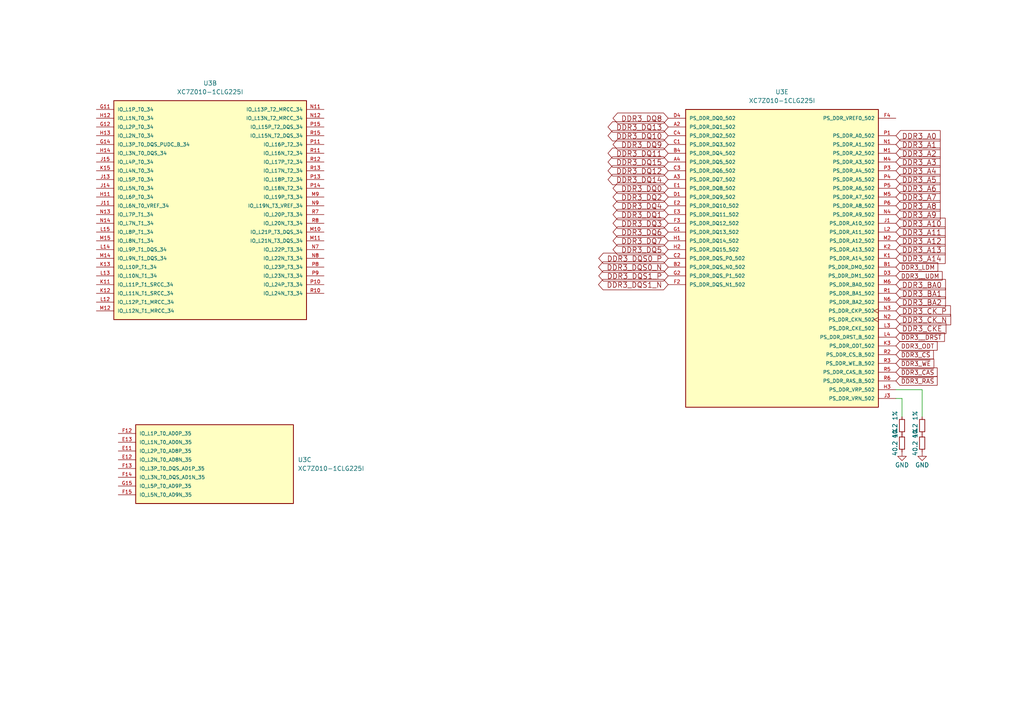
<source format=kicad_sch>
(kicad_sch (version 20231120) (generator "eeschema") (generator_version "8.0")
  (paper "A4")
  (lib_symbols
    (symbol "Device:R_Small" (pin_numbers hide) (pin_names (offset 0.254) hide)
      (property "Reference" "R" (at 0.762 0.508 0))
      (property "Value" "R_Small" (at 0.762 -1.016 0))
      (symbol "R_Small_0_1"
        (rectangle (start -0.762 1.778) (end 0.762 -1.778) (stroke (width 0.2032)))
      )
      (symbol "R_Small_1_1"
        (pin passive line (at 0 2.54 270) (length 0.762) (name "~") (number "1"))
        (pin passive line (at 0 -2.54 90) (length 0.762) (name "~") (number "2"))
      )
    )
    (symbol "ESP32-PRO_Rev_B1:GND" (power) (pin_names (offset 0))
      (property "Value" "GND" (at 0 -3.81 0))
      (symbol "GND_0_1"
        (polyline (pts (xy 0 0) (xy 0 -1.27) (xy 1.27 -1.27) (xy 0 -2.54) (xy -1.27 -1.27) (xy 0 -1.27)))
      )
      (symbol "GND_1_1"
        (pin power_in line (at 0 0 270) (length 0) hide (name "GND") (number "1"))
      )
    )
    (symbol "Personal:XC7Z010-1CLG225I" (pin_names (offset 1.016))
      (property "Reference" "U" (at -25.5456 24.8201 0))
      (property "Value" "XC7Z010-1CLG225I" (at -25.5473 -24.1252 0))
      (symbol "XC7Z010-1CLG225I_1_0"
        (rectangle (start -25.4 -20.32) (end 25.4 22.86) (stroke (width 0.254)) (fill (type background)))
        (pin bidirectional line (at 30.48 7.62 180) (length 5.08) (name "INIT_B_0") (number "D5"))
        (pin power_in line (at 30.48 20.32 180) (length 5.08) (name "VCCBATT_0") (number "E6"))
        (pin passive line (at 30.48 -10.16 180) (length 5.08) (name "RSVDGND") (number "E8"))
        (pin input line (at -30.48 -5.08 0) (length 5.08) (name "CFGBVS_0") (number "F6"))
        (pin power_in line (at 30.48 17.78 180) (length 5.08) (name "VCCADC_0") (number "F7"))
        (pin power_in line (at 30.48 -17.78 180) (length 5.08) (name "GNDADC_0") (number "F8"))
        (pin passive line (at 30.48 -2.54 180) (length 5.08) (name "RSVSVCC1") (number "G4"))
        (pin input line (at -30.48 -7.62 0) (length 5.08) (name "VP_0") (number "G7"))
        (pin power_in line (at 30.48 -15.24 180) (length 5.08) (name "VREFN_0") (number "G8"))
        (pin input clock (at -30.48 10.16 0) (length 5.08) (name "TCK_0") (number "G9"))
        (pin passive line (at 30.48 -7.62 180) (length 5.08) (name "RSVSVCC3") (number "H4"))
        (pin power_in line (at 30.48 15.24 180) (length 5.08) (name "VREFP_0") (number "H7"))
        (pin input line (at -30.48 -10.16 0) (length 5.08) (name "VN_0") (number "H8"))
        (pin passive line (at 30.48 -5.08 180) (length 5.08) (name "RSVSVCC2") (number "J4"))
        (pin output line (at 30.48 2.54 180) (length 5.08) (name "DXP_0") (number "J7"))
        (pin input line (at -30.48 -2.54 0) (length 5.08) (name "PROGRAM_B_0") (number "K6"))
        (pin input line (at -30.48 5.08 0) (length 5.08) (name "TDI_0") (number "L7"))
        (pin output line (at -30.48 2.54 0) (length 5.08) (name "TDO_0") (number "L8"))
        (pin input line (at -30.48 7.62 0) (length 5.08) (name "TMS_0") (number "L9"))
        (pin bidirectional line (at 30.48 10.16 180) (length 5.08) (name "DONE_0") (number "M7"))
      )
      (symbol "XC7Z010-1CLG225I_2_0"
        (rectangle (start -27.94 -30.48) (end 27.94 33.02) (stroke (width 0.254)) (fill (type background)))
        (pin bidirectional line (at -33.02 30.48 0) (length 5.08) (name "IO_L1P_T0_34") (number "G11"))
        (pin bidirectional line (at -33.02 25.4 0) (length 5.08) (name "IO_L2P_T0_34") (number "G12"))
        (pin bidirectional line (at -33.02 20.32 0) (length 5.08) (name "IO_L3P_T0_DQS_PUDC_B_34") (number "G14"))
        (pin bidirectional line (at -33.02 5.08 0) (length 5.08) (name "IO_L6P_T0_34") (number "H11"))
        (pin bidirectional line (at -33.02 27.94 0) (length 5.08) (name "IO_L1N_T0_34") (number "H12"))
        (pin bidirectional line (at -33.02 22.86 0) (length 5.08) (name "IO_L2N_T0_34") (number "H13"))
        (pin bidirectional line (at -33.02 17.78 0) (length 5.08) (name "IO_L3N_T0_DQS_34") (number "H14"))
        (pin bidirectional line (at -33.02 2.54 0) (length 5.08) (name "IO_L6N_T0_VREF_34") (number "J11"))
        (pin bidirectional line (at -33.02 10.16 0) (length 5.08) (name "IO_L5P_T0_34") (number "J13"))
        (pin bidirectional line (at -33.02 7.62 0) (length 5.08) (name "IO_L5N_T0_34") (number "J14"))
        (pin bidirectional line (at -33.02 15.24 0) (length 5.08) (name "IO_L4P_T0_34") (number "J15"))
        (pin bidirectional line (at -33.02 -20.32 0) (length 5.08) (name "IO_L11P_T1_SRCC_34") (number "K11"))
        (pin bidirectional line (at -33.02 -22.86 0) (length 5.08) (name "IO_L11N_T1_SRCC_34") (number "K12"))
        (pin bidirectional line (at -33.02 -15.24 0) (length 5.08) (name "IO_L10P_T1_34") (number "K13"))
        (pin bidirectional line (at -33.02 12.7 0) (length 5.08) (name "IO_L4N_T0_34") (number "K15"))
        (pin bidirectional line (at -33.02 -25.4 0) (length 5.08) (name "IO_L12P_T1_MRCC_34") (number "L12"))
        (pin bidirectional line (at -33.02 -17.78 0) (length 5.08) (name "IO_L10N_T1_34") (number "L13"))
        (pin bidirectional line (at -33.02 -10.16 0) (length 5.08) (name "IO_L9P_T1_DQS_34") (number "L14"))
        (pin bidirectional line (at -33.02 -5.08 0) (length 5.08) (name "IO_L8P_T1_34") (number "L15"))
        (pin bidirectional line (at 33.02 -5.08 180) (length 5.08) (name "IO_L21P_T3_DQS_34") (number "M10"))
        (pin bidirectional line (at 33.02 -7.62 180) (length 5.08) (name "IO_L21N_T3_DQS_34") (number "M11"))
        (pin bidirectional line (at -33.02 -27.94 0) (length 5.08) (name "IO_L12N_T1_MRCC_34") (number "M12"))
        (pin bidirectional line (at -33.02 -12.7 0) (length 5.08) (name "IO_L9N_T1_DQS_34") (number "M14"))
        (pin bidirectional line (at -33.02 -7.62 0) (length 5.08) (name "IO_L8N_T1_34") (number "M15"))
        (pin bidirectional line (at 33.02 5.08 180) (length 5.08) (name "IO_L19P_T3_34") (number "M9"))
        (pin bidirectional line (at 33.02 30.48 180) (length 5.08) (name "IO_L13P_T2_MRCC_34") (number "N11"))
        (pin bidirectional line (at 33.02 27.94 180) (length 5.08) (name "IO_L13N_T2_MRCC_34") (number "N12"))
        (pin bidirectional line (at -33.02 0 0) (length 5.08) (name "IO_L7P_T1_34") (number "N13"))
        (pin bidirectional line (at -33.02 -2.54 0) (length 5.08) (name "IO_L7N_T1_34") (number "N14"))
        (pin bidirectional line (at 33.02 -10.16 180) (length 5.08) (name "IO_L22P_T3_34") (number "N7"))
        (pin bidirectional line (at 33.02 -12.7 180) (length 5.08) (name "IO_L22N_T3_34") (number "N8"))
        (pin bidirectional line (at 33.02 2.54 180) (length 5.08) (name "IO_L19N_T3_VREF_34") (number "N9"))
        (pin bidirectional line (at 33.02 -20.32 180) (length 5.08) (name "IO_L24P_T3_34") (number "P10"))
        (pin bidirectional line (at 33.02 20.32 180) (length 5.08) (name "IO_L16P_T2_34") (number "P11"))
        (pin bidirectional line (at 33.02 10.16 180) (length 5.08) (name "IO_L18P_T2_34") (number "P13"))
        (pin bidirectional line (at 33.02 7.62 180) (length 5.08) (name "IO_L18N_T2_34") (number "P14"))
        (pin bidirectional line (at 33.02 25.4 180) (length 5.08) (name "IO_L15P_T2_DQS_34") (number "P15"))
        (pin bidirectional line (at 33.02 -15.24 180) (length 5.08) (name "IO_L23P_T3_34") (number "P8"))
        (pin bidirectional line (at 33.02 -17.78 180) (length 5.08) (name "IO_L23N_T3_34") (number "P9"))
        (pin bidirectional line (at 33.02 -22.86 180) (length 5.08) (name "IO_L24N_T3_34") (number "R10"))
        (pin bidirectional line (at 33.02 17.78 180) (length 5.08) (name "IO_L16N_T2_34") (number "R11"))
        (pin bidirectional line (at 33.02 15.24 180) (length 5.08) (name "IO_L17P_T2_34") (number "R12"))
        (pin bidirectional line (at 33.02 12.7 180) (length 5.08) (name "IO_L17N_T2_34") (number "R13"))
        (pin bidirectional line (at 33.02 22.86 180) (length 5.08) (name "IO_L15N_T2_DQS_34") (number "R15"))
        (pin bidirectional line (at 33.02 0 180) (length 5.08) (name "IO_L20P_T3_34") (number "R7"))
        (pin bidirectional line (at 33.02 -2.54 180) (length 5.08) (name "IO_L20N_T3_34") (number "R8"))
      )
      (symbol "XC7Z010-1CLG225I_3_0"
        (rectangle (start -22.86 -10.16) (end 22.86 12.7) (stroke (width 0.254)) (fill (type background)))
        (pin bidirectional line (at -27.94 5.08 0) (length 5.08) (name "IO_L2P_T0_AD8P_35") (number "E11"))
        (pin bidirectional line (at -27.94 2.54 0) (length 5.08) (name "IO_L2N_T0_AD8N_35") (number "E12"))
        (pin bidirectional line (at -27.94 7.62 0) (length 5.08) (name "IO_L1N_T0_AD0N_35") (number "E13"))
        (pin bidirectional line (at -27.94 10.16 0) (length 5.08) (name "IO_L1P_T0_AD0P_35") (number "F12"))
        (pin bidirectional line (at -27.94 0 0) (length 5.08) (name "IO_L3P_T0_DQS_AD1P_35") (number "F13"))
        (pin bidirectional line (at -27.94 -2.54 0) (length 5.08) (name "IO_L3N_T0_DQS_AD1N_35") (number "F14"))
        (pin bidirectional line (at -27.94 -7.62 0) (length 5.08) (name "IO_L5N_T0_AD9N_35") (number "F15"))
        (pin bidirectional line (at -27.94 -5.08 0) (length 5.08) (name "IO_L5P_T0_AD9P_35") (number "G15"))
      )
      (symbol "XC7Z010-1CLG225I_4_0"
        (rectangle (start -22.86 -25.4) (end 22.86 25.4) (stroke (width 0.254)) (fill (type background)))
        (pin bidirectional line (at -27.94 0 0) (length 5.08) (name "PS_MIO6_500") (number "A10"))
        (pin bidirectional line (at 27.94 -20.32 180) (length 5.08) (name "PS_MIO52_501") (number "A12"))
        (pin bidirectional line (at 27.94 -10.16 180) (length 5.08) (name "PS_MIO38_501") (number "A13"))
        (pin bidirectional line (at 27.94 -2.54 180) (length 5.08) (name "PS_MIO35_501") (number "A14"))
        (pin bidirectional line (at 27.94 15.24 180) (length 5.08) (name "PS_MIO28_501") (number "A15"))
        (pin bidirectional line (at -27.94 12.7 0) (length 5.08) (name "PS_MIO1_500") (number "A5"))
        (pin bidirectional line (at -27.94 7.62 0) (length 5.08) (name "PS_MIO3_500") (number "A7"))
        (pin bidirectional line (at -27.94 10.16 0) (length 5.08) (name "PS_MIO2_500") (number "A8"))
        (pin bidirectional line (at -27.94 2.54 0) (length 5.08) (name "PS_MIO5_500") (number "A9"))
        (pin bidirectional line (at -27.94 -12.7 0) (length 5.08) (name "PS_MIO11_500") (number "B10"))
        (pin input line (at 27.94 20.32 180) (length 5.08) (name "PS_SRST_B_501") (number "B11"))
        (pin bidirectional line (at 27.94 -15.24 180) (length 5.08) (name "PS_MIO48_501") (number "B12"))
        (pin bidirectional line (at 27.94 -5.08 180) (length 5.08) (name "PS_MIO36_501") (number "B14"))
        (pin bidirectional line (at 27.94 10.16 180) (length 5.08) (name "PS_MIO30_501") (number "B15"))
        (pin bidirectional line (at -27.94 -7.62 0) (length 5.08) (name "PS_MIO9_500") (number "B5"))
        (pin bidirectional line (at -27.94 -5.08 0) (length 5.08) (name "PS_MIO8_500") (number "B6"))
        (pin bidirectional line (at -27.94 -15.24 0) (length 5.08) (name "PS_MIO12_500") (number "B7"))
        (pin bidirectional line (at -27.94 -20.32 0) (length 5.08) (name "PS_MIO14_500") (number "B9"))
        (pin bidirectional line (at 27.94 2.54 180) (length 5.08) (name "PS_MIO33_501") (number "C11"))
        (pin bidirectional line (at 27.94 7.62 180) (length 5.08) (name "PS_MIO31_501") (number "C12"))
        (pin bidirectional line (at 27.94 -22.86 180) (length 5.08) (name "PS_MIO53_501") (number "C13"))
        (pin bidirectional line (at 27.94 -7.62 180) (length 5.08) (name "PS_MIO37_501") (number "C14"))
        (pin bidirectional line (at -27.94 -17.78 0) (length 5.08) (name "PS_MIO13_500") (number "C6"))
        (pin input clock (at -27.94 22.86 0) (length 5.08) (name "PS_CLK_500") (number "C7"))
        (pin bidirectional line (at -27.94 5.08 0) (length 5.08) (name "PS_MIO4_500") (number "C8"))
        (pin input line (at -27.94 20.32 0) (length 5.08) (name "PS_POR_B_500") (number "C9"))
        (pin bidirectional line (at -27.94 -22.86 0) (length 5.08) (name "PS_MIO15_500") (number "D10"))
        (pin bidirectional line (at 27.94 12.7 180) (length 5.08) (name "PS_MIO29_501") (number "D11"))
        (pin bidirectional line (at 27.94 -17.78 180) (length 5.08) (name "PS_MIO49_501") (number "D13"))
        (pin bidirectional line (at 27.94 -12.7 180) (length 5.08) (name "PS_MIO39_501") (number "D14"))
        (pin bidirectional line (at 27.94 0 180) (length 5.08) (name "PS_MIO34_501") (number "D15"))
        (pin bidirectional line (at -27.94 -10.16 0) (length 5.08) (name "PS_MIO10_500") (number "D6"))
        (pin bidirectional line (at -27.94 15.24 0) (length 5.08) (name "PS_MIO0_500") (number "D8"))
        (pin bidirectional line (at -27.94 -2.54 0) (length 5.08) (name "PS_MIO7_500") (number "D9"))
        (pin bidirectional line (at 27.94 5.08 180) (length 5.08) (name "PS_MIO32_501") (number "E15"))
      )
      (symbol "XC7Z010-1CLG225I_5_0"
        (rectangle (start -27.94 -43.18) (end 27.94 43.18) (stroke (width 0.254)) (fill (type background)))
        (pin bidirectional line (at -33.02 38.1 0) (length 5.08) (name "PS_DDR_DQ1_502") (number "A2"))
        (pin bidirectional line (at -33.02 22.86 0) (length 5.08) (name "PS_DDR_DQ7_502") (number "A3"))
        (pin bidirectional line (at -33.02 27.94 0) (length 5.08) (name "PS_DDR_DQ5_502") (number "A4"))
        (pin output line (at 33.02 -2.54 180) (length 5.08) (name "PS_DDR_DM0_502") (number "B1"))
        (pin bidirectional line (at -33.02 -2.54 0) (length 5.08) (name "PS_DDR_DQS_N0_502") (number "B2"))
        (pin bidirectional line (at -33.02 30.48 0) (length 5.08) (name "PS_DDR_DQ4_502") (number "B4"))
        (pin bidirectional line (at -33.02 33.02 0) (length 5.08) (name "PS_DDR_DQ3_502") (number "C1"))
        (pin bidirectional line (at -33.02 0 0) (length 5.08) (name "PS_DDR_DQS_P0_502") (number "C2"))
        (pin bidirectional line (at -33.02 25.4 0) (length 5.08) (name "PS_DDR_DQ6_502") (number "C3"))
        (pin bidirectional line (at -33.02 35.56 0) (length 5.08) (name "PS_DDR_DQ2_502") (number "C4"))
        (pin bidirectional line (at -33.02 17.78 0) (length 5.08) (name "PS_DDR_DQ9_502") (number "D1"))
        (pin output line (at 33.02 -5.08 180) (length 5.08) (name "PS_DDR_DM1_502") (number "D3"))
        (pin bidirectional line (at -33.02 40.64 0) (length 5.08) (name "PS_DDR_DQ0_502") (number "D4"))
        (pin bidirectional line (at -33.02 20.32 0) (length 5.08) (name "PS_DDR_DQ8_502") (number "E1"))
        (pin bidirectional line (at -33.02 15.24 0) (length 5.08) (name "PS_DDR_DQ10_502") (number "E2"))
        (pin bidirectional line (at -33.02 12.7 0) (length 5.08) (name "PS_DDR_DQ11_502") (number "E3"))
        (pin bidirectional line (at -33.02 -7.62 0) (length 5.08) (name "PS_DDR_DQS_N1_502") (number "F2"))
        (pin bidirectional line (at -33.02 10.16 0) (length 5.08) (name "PS_DDR_DQ12_502") (number "F3"))
        (pin power_in line (at 33.02 40.64 180) (length 5.08) (name "PS_DDR_VREF0_502") (number "F4"))
        (pin bidirectional line (at -33.02 7.62 0) (length 5.08) (name "PS_DDR_DQ13_502") (number "G1"))
        (pin bidirectional line (at -33.02 -5.08 0) (length 5.08) (name "PS_DDR_DQS_P1_502") (number "G2"))
        (pin bidirectional line (at -33.02 5.08 0) (length 5.08) (name "PS_DDR_DQ14_502") (number "H1"))
        (pin bidirectional line (at -33.02 2.54 0) (length 5.08) (name "PS_DDR_DQ15_502") (number "H2"))
        (pin output line (at 33.02 -38.1 180) (length 5.08) (name "PS_DDR_VRP_502") (number "H3"))
        (pin output line (at 33.02 10.16 180) (length 5.08) (name "PS_DDR_A10_502") (number "J1"))
        (pin output line (at 33.02 -40.64 180) (length 5.08) (name "PS_DDR_VRN_502") (number "J3"))
        (pin output line (at 33.02 0 180) (length 5.08) (name "PS_DDR_A14_502") (number "K1"))
        (pin output line (at 33.02 2.54 180) (length 5.08) (name "PS_DDR_A13_502") (number "K2"))
        (pin output line (at 33.02 -25.4 180) (length 5.08) (name "PS_DDR_ODT_502") (number "K3"))
        (pin output line (at 33.02 7.62 180) (length 5.08) (name "PS_DDR_A11_502") (number "L2"))
        (pin output line (at 33.02 -20.32 180) (length 5.08) (name "PS_DDR_CKE_502") (number "L3"))
        (pin output line (at 33.02 -22.86 180) (length 5.08) (name "PS_DDR_DRST_B_502") (number "L4"))
        (pin output line (at 33.02 30.48 180) (length 5.08) (name "PS_DDR_A2_502") (number "M1"))
        (pin output line (at 33.02 5.08 180) (length 5.08) (name "PS_DDR_A12_502") (number "M2"))
        (pin output line (at 33.02 27.94 180) (length 5.08) (name "PS_DDR_A3_502") (number "M4"))
        (pin output line (at 33.02 17.78 180) (length 5.08) (name "PS_DDR_A7_502") (number "M5"))
        (pin output line (at 33.02 -7.62 180) (length 5.08) (name "PS_DDR_BA0_502") (number "M6"))
        (pin output line (at 33.02 33.02 180) (length 5.08) (name "PS_DDR_A1_502") (number "N1"))
        (pin output clock (at 33.02 -17.78 180) (length 5.08) (name "PS_DDR_CKN_502") (number "N2"))
        (pin output clock (at 33.02 -15.24 180) (length 5.08) (name "PS_DDR_CKP_502") (number "N3"))
        (pin output line (at 33.02 12.7 180) (length 5.08) (name "PS_DDR_A9_502") (number "N4"))
        (pin output line (at 33.02 -12.7 180) (length 5.08) (name "PS_DDR_BA2_502") (number "N6"))
        (pin output line (at 33.02 35.56 180) (length 5.08) (name "PS_DDR_A0_502") (number "P1"))
        (pin output line (at 33.02 25.4 180) (length 5.08) (name "PS_DDR_A4_502") (number "P3"))
        (pin output line (at 33.02 22.86 180) (length 5.08) (name "PS_DDR_A5_502") (number "P4"))
        (pin output line (at 33.02 20.32 180) (length 5.08) (name "PS_DDR_A6_502") (number "P5"))
        (pin output line (at 33.02 15.24 180) (length 5.08) (name "PS_DDR_A8_502") (number "P6"))
        (pin output line (at 33.02 -10.16 180) (length 5.08) (name "PS_DDR_BA1_502") (number "R1"))
        (pin output line (at 33.02 -27.94 180) (length 5.08) (name "PS_DDR_CS_B_502") (number "R2"))
        (pin output line (at 33.02 -30.48 180) (length 5.08) (name "PS_DDR_WE_B_502") (number "R3"))
        (pin output line (at 33.02 -33.02 180) (length 5.08) (name "PS_DDR_CAS_B_502") (number "R5"))
        (pin output line (at 33.02 -35.56 180) (length 5.08) (name "PS_DDR_RAS_B_502") (number "R6"))
      )
      (symbol "XC7Z010-1CLG225I_6_0"
        (rectangle (start -17.78 -17.78) (end 17.78 17.78) (stroke (width 0.254)) (fill (type background)))
        (pin power_in line (at 22.86 -15.24 180) (length 5.08) (name "GND") (number "A1"))
        (pin power_in line (at 22.86 -15.24 180) (length 5.08) (name "GND") (number "A11"))
        (pin power_in line (at 22.86 -5.08 180) (length 5.08) (name "VCCO_MIO0_500") (number "A6"))
        (pin power_in line (at 22.86 -7.62 180) (length 5.08) (name "VCCO_MIO1_501") (number "B13"))
        (pin power_in line (at 22.86 -10.16 180) (length 5.08) (name "VCCO_DDR_502") (number "B3"))
        (pin power_in line (at 22.86 -15.24 180) (length 5.08) (name "GND") (number "B8"))
        (pin power_in line (at 22.86 -7.62 180) (length 5.08) (name "VCCO_MIO1_501") (number "C10"))
        (pin power_in line (at 22.86 -15.24 180) (length 5.08) (name "GND") (number "C15"))
        (pin power_in line (at 22.86 -15.24 180) (length 5.08) (name "GND") (number "C5"))
        (pin power_in line (at 22.86 -15.24 180) (length 5.08) (name "GND") (number "D12"))
        (pin power_in line (at 22.86 -15.24 180) (length 5.08) (name "GND") (number "D2"))
        (pin power_in line (at 22.86 -5.08 180) (length 5.08) (name "VCCO_MIO0_500") (number "D7"))
        (pin power_in line (at 22.86 15.24 180) (length 5.08) (name "VCCINT") (number "E10"))
        (pin power_in line (at 22.86 -7.62 180) (length 5.08) (name "VCCO_MIO1_501") (number "E14"))
        (pin power_in line (at 22.86 -10.16 180) (length 5.08) (name "VCCO_DDR_502") (number "E4"))
        (pin power_in line (at 22.86 -15.24 180) (length 5.08) (name "GND") (number "E5"))
        (pin power_in line (at 22.86 -15.24 180) (length 5.08) (name "GND") (number "E7"))
        (pin power_in line (at 22.86 -15.24 180) (length 5.08) (name "GND") (number "E9"))
        (pin power_in line (at 22.86 -10.16 180) (length 5.08) (name "VCCO_DDR_502") (number "F1"))
        (pin power_in line (at 22.86 -15.24 180) (length 5.08) (name "GND") (number "F10"))
        (pin power_in line (at 22.86 -2.54 180) (length 5.08) (name "VCCO_35") (number "F11"))
        (pin power_in line (at 22.86 5.08 180) (length 5.08) (name "VCCPLL") (number "F5"))
        (pin power_in line (at 22.86 15.24 180) (length 5.08) (name "VCCINT") (number "F9"))
        (pin power_in line (at 22.86 15.24 180) (length 5.08) (name "VCCINT") (number "G10"))
        (pin power_in line (at 22.86 -15.24 180) (length 5.08) (name "GND") (number "G13"))
        (pin power_in line (at 22.86 -15.24 180) (length 5.08) (name "GND") (number "G3"))
        (pin power_in line (at 22.86 -15.24 180) (length 5.08) (name "GND") (number "G5"))
        (pin power_in line (at 22.86 12.7 180) (length 5.08) (name "VCCPINT") (number "G6"))
        (pin power_in line (at 22.86 -15.24 180) (length 5.08) (name "GND") (number "H10"))
        (pin power_in line (at 22.86 -2.54 180) (length 5.08) (name "VCCO_35") (number "H15"))
        (pin power_in line (at 22.86 12.7 180) (length 5.08) (name "VCCPINT") (number "H5"))
        (pin power_in line (at 22.86 -15.24 180) (length 5.08) (name "GND") (number "H6"))
        (pin power_in line (at 22.86 10.16 180) (length 5.08) (name "VCCAUX") (number "H9"))
        (pin power_in line (at 22.86 15.24 180) (length 5.08) (name "VCCINT") (number "J10"))
        (pin power_in line (at 22.86 0 180) (length 5.08) (name "VCCO_34") (number "J12"))
        (pin power_in line (at 22.86 -10.16 180) (length 5.08) (name "VCCO_DDR_502") (number "J2"))
        (pin power_in line (at 22.86 -15.24 180) (length 5.08) (name "GND") (number "J5"))
        (pin power_in line (at 22.86 7.62 180) (length 5.08) (name "VCCPAUX") (number "J6"))
        (pin power_in line (at 22.86 10.16 180) (length 5.08) (name "VCCAUX") (number "J8"))
        (pin power_in line (at 22.86 -15.24 180) (length 5.08) (name "GND") (number "J9"))
        (pin power_in line (at 22.86 -15.24 180) (length 5.08) (name "GND") (number "K10"))
        (pin power_in line (at 22.86 -15.24 180) (length 5.08) (name "GND") (number "K14"))
        (pin power_in line (at 22.86 -15.24 180) (length 5.08) (name "GND") (number "K4"))
        (pin power_in line (at 22.86 12.7 180) (length 5.08) (name "VCCPINT") (number "K5"))
        (pin power_in line (at 22.86 -15.24 180) (length 5.08) (name "GND") (number "K7"))
        (pin power_in line (at 22.86 2.54 180) (length 5.08) (name "VCCO_0") (number "K8"))
        (pin power_in line (at 22.86 10.16 180) (length 5.08) (name "VCCAUX") (number "K9"))
        (pin power_in line (at 22.86 -15.24 180) (length 5.08) (name "GND") (number "L1"))
        (pin power_in line (at 22.86 15.24 180) (length 5.08) (name "VCCINT") (number "L10"))
        (pin power_in line (at 22.86 -15.24 180) (length 5.08) (name "GND") (number "L11"))
        (pin power_in line (at 22.86 -15.24 180) (length 5.08) (name "GND") (number "L5"))
        (pin power_in line (at 22.86 7.62 180) (length 5.08) (name "VCCPAUX") (number "L6"))
        (pin power_in line (at 22.86 0 180) (length 5.08) (name "VCCO_34") (number "M13"))
        (pin power_in line (at 22.86 -10.16 180) (length 5.08) (name "VCCO_DDR_502") (number "M3"))
        (pin power_in line (at 22.86 -15.24 180) (length 5.08) (name "GND") (number "M8"))
        (pin power_in line (at 22.86 0 180) (length 5.08) (name "VCCO_34") (number "N10"))
        (pin power_in line (at 22.86 -15.24 180) (length 5.08) (name "GND") (number "N15"))
        (pin power_in line (at 22.86 -15.24 180) (length 5.08) (name "GND") (number "N5"))
        (pin power_in line (at 22.86 -15.24 180) (length 5.08) (name "GND") (number "P12"))
        (pin power_in line (at 22.86 -15.24 180) (length 5.08) (name "GND") (number "P2"))
        (pin power_in line (at 22.86 0 180) (length 5.08) (name "VCCO_34") (number "P7"))
        (pin power_in line (at 22.86 0 180) (length 5.08) (name "VCCO_34") (number "R14"))
        (pin power_in line (at 22.86 -10.16 180) (length 5.08) (name "VCCO_DDR_502") (number "R4"))
        (pin power_in line (at 22.86 -15.24 180) (length 5.08) (name "GND") (number "R9"))
      )
    )
  )
  (wire (pts (xy 259.842 113.03) (xy 267.462 113.03)))
  (wire (pts (xy 261.62 115.57) (xy 259.842 115.57)))
  (wire (pts (xy 267.462 113.03) (xy 267.462 120.904)))
  (wire (pts (xy 261.62 120.904) (xy 261.62 115.57)))
  (global_label "DDR3_DQ6" (shape bidirectional) (at 193.802 67.31 180) (effects (font (size 1.524 1.524))) (property "Intersheetrefs" "${INTERSHEET_REFS}" (effects (hide yes))))
  (global_label "DDR3_DQ8" (shape bidirectional) (at 193.802 34.29 180) (effects (font (size 1.524 1.524))) (property "Intersheetrefs" "${INTERSHEET_REFS}" (effects (hide yes))))
  (global_label "DDR3_DQS0_P" (shape bidirectional) (at 193.802 74.93 180) (effects (font (size 1.524 1.524))) (property "Intersheetrefs" "${INTERSHEET_REFS}" (effects (hide yes))))
  (global_label "DDR3_DQ10" (shape bidirectional) (at 193.802 39.37 180) (effects (font (size 1.524 1.524))) (property "Intersheetrefs" "${INTERSHEET_REFS}" (effects (hide yes))))
  (global_label "DDR3_A9" (shape input) (at 259.842 62.23 0) (effects (font (size 1.524 1.524))) (property "Intersheetrefs" "${INTERSHEET_REFS}" (effects (hide yes))))
  (global_label "DDR3_DQ0" (shape bidirectional) (at 193.802 54.61 180) (effects (font (size 1.524 1.524))) (property "Intersheetrefs" "${INTERSHEET_REFS}" (effects (hide yes))))
  (global_label "DDR3_BA0" (shape input) (at 259.842 82.55 0) (effects (font (size 1.524 1.524))) (property "Intersheetrefs" "${INTERSHEET_REFS}" (effects (hide yes))))
  (global_label "DDR3_CK_N" (shape input) (at 259.842 92.71 0) (effects (font (size 1.524 1.524))) (property "Intersheetrefs" "${INTERSHEET_REFS}" (effects (hide yes))))
  (global_label "DDR3_DQ15" (shape bidirectional) (at 193.802 46.99 180) (effects (font (size 1.524 1.524))) (property "Intersheetrefs" "${INTERSHEET_REFS}" (effects (hide yes))))
  (global_label "DDR3_DQ13" (shape bidirectional) (at 193.802 36.83 180) (effects (font (size 1.524 1.524))) (property "Intersheetrefs" "${INTERSHEET_REFS}" (effects (hide yes))))
  (global_label "DDR3_A12" (shape input) (at 259.842 69.85 0) (effects (font (size 1.524 1.524))) (property "Intersheetrefs" "${INTERSHEET_REFS}" (effects (hide yes))))
  (global_label "DDR3_A8" (shape input) (at 259.842 59.69 0) (effects (font (size 1.524 1.524))) (property "Intersheetrefs" "${INTERSHEET_REFS}" (effects (hide yes))))
  (global_label "~{DDR3_RAS}" (shape input) (at 259.842 110.49 0) (property "Intersheetrefs" "${INTERSHEET_REFS}" (effects (hide yes))))
  (global_label "DDR3_A14" (shape input) (at 259.842 74.93 0) (effects (font (size 1.524 1.524))) (property "Intersheetrefs" "${INTERSHEET_REFS}" (effects (hide yes))))
  (global_label "DDR3_CK_P" (shape input) (at 259.842 90.17 0) (effects (font (size 1.524 1.524))) (property "Intersheetrefs" "${INTERSHEET_REFS}" (effects (hide yes))))
  (global_label "DDR3_DQ1" (shape bidirectional) (at 193.802 62.23 180) (effects (font (size 1.524 1.524))) (property "Intersheetrefs" "${INTERSHEET_REFS}" (effects (hide yes))))
  (global_label "DDR3_BA2" (shape input) (at 259.842 87.63 0) (effects (font (size 1.524 1.524))) (property "Intersheetrefs" "${INTERSHEET_REFS}" (effects (hide yes))))
  (global_label "DDR3_CKE" (shape input) (at 259.842 95.25 0) (effects (font (size 1.524 1.524))) (property "Intersheetrefs" "${INTERSHEET_REFS}" (effects (hide yes))))
  (global_label "DDR3_DQS0_N" (shape bidirectional) (at 193.802 77.47 180) (effects (font (size 1.524 1.524))) (property "Intersheetrefs" "${INTERSHEET_REFS}" (effects (hide yes))))
  (global_label "DDR3_A2" (shape input) (at 259.842 44.45 0) (effects (font (size 1.524 1.524))) (property "Intersheetrefs" "${INTERSHEET_REFS}" (effects (hide yes))))
  (global_label "DDR3_DQ12" (shape bidirectional) (at 193.802 49.53 180) (effects (font (size 1.524 1.524))) (property "Intersheetrefs" "${INTERSHEET_REFS}" (effects (hide yes))))
  (global_label "~{DDR3_WE}" (shape input) (at 259.842 105.41 0) (property "Intersheetrefs" "${INTERSHEET_REFS}" (effects (hide yes))))
  (global_label "~{DDR3__DRST}" (shape input) (at 259.842 97.79 0) (property "Intersheetrefs" "${INTERSHEET_REFS}" (effects (hide yes))))
  (global_label "DDR3_DQ2" (shape bidirectional) (at 193.802 57.15 180) (effects (font (size 1.524 1.524))) (property "Intersheetrefs" "${INTERSHEET_REFS}" (effects (hide yes))))
  (global_label "DDR3_A0" (shape input) (at 259.842 39.37 0) (effects (font (size 1.524 1.524))) (property "Intersheetrefs" "${INTERSHEET_REFS}" (effects (hide yes))))
  (global_label "DDR3_A5" (shape input) (at 259.842 52.07 0) (effects (font (size 1.524 1.524))) (property "Intersheetrefs" "${INTERSHEET_REFS}" (effects (hide yes))))
  (global_label "DDR3_A7" (shape input) (at 259.842 57.15 0) (effects (font (size 1.524 1.524))) (property "Intersheetrefs" "${INTERSHEET_REFS}" (effects (hide yes))))
  (global_label "DDR3_A11" (shape input) (at 259.842 67.31 0) (effects (font (size 1.524 1.524))) (property "Intersheetrefs" "${INTERSHEET_REFS}" (effects (hide yes))))
  (global_label "DDR3_DQ11" (shape bidirectional) (at 193.802 44.45 180) (effects (font (size 1.524 1.524))) (property "Intersheetrefs" "${INTERSHEET_REFS}" (effects (hide yes))))
  (global_label "DDR3_DQS1_P" (shape bidirectional) (at 193.802 80.01 180) (effects (font (size 1.524 1.524))) (property "Intersheetrefs" "${INTERSHEET_REFS}" (effects (hide yes))))
  (global_label "~{DDR3_CS}" (shape input) (at 259.842 102.87 0) (property "Intersheetrefs" "${INTERSHEET_REFS}" (effects (hide yes))))
  (global_label "DDR3_DQ9" (shape bidirectional) (at 193.802 41.91 180) (effects (font (size 1.524 1.524))) (property "Intersheetrefs" "${INTERSHEET_REFS}" (effects (hide yes))))
  (global_label "DDR3_DQ3" (shape bidirectional) (at 193.802 64.77 180) (effects (font (size 1.524 1.524))) (property "Intersheetrefs" "${INTERSHEET_REFS}" (effects (hide yes))))
  (global_label "DDR3_A3" (shape input) (at 259.842 46.99 0) (effects (font (size 1.524 1.524))) (property "Intersheetrefs" "${INTERSHEET_REFS}" (effects (hide yes))))
  (global_label "DDR3_DQS1_N" (shape bidirectional) (at 193.802 82.55 180) (effects (font (size 1.524 1.524))) (property "Intersheetrefs" "${INTERSHEET_REFS}" (effects (hide yes))))
  (global_label "DDR3_A13" (shape input) (at 259.842 72.39 0) (effects (font (size 1.524 1.524))) (property "Intersheetrefs" "${INTERSHEET_REFS}" (effects (hide yes))))
  (global_label "DDR3_A10" (shape input) (at 259.842 64.77 0) (effects (font (size 1.524 1.524))) (property "Intersheetrefs" "${INTERSHEET_REFS}" (effects (hide yes))))
  (global_label "DDR3_DQ7" (shape bidirectional) (at 193.802 69.85 180) (effects (font (size 1.524 1.524))) (property "Intersheetrefs" "${INTERSHEET_REFS}" (effects (hide yes))))
  (global_label "DDR3_DQ14" (shape bidirectional) (at 193.802 52.07 180) (effects (font (size 1.524 1.524))) (property "Intersheetrefs" "${INTERSHEET_REFS}" (effects (hide yes))))
  (global_label "DDR3_LDM" (shape input) (at 259.842 77.47 0) (property "Intersheetrefs" "${INTERSHEET_REFS}" (effects (hide yes))))
  (global_label "DDR3_BA1" (shape input) (at 259.842 85.09 0) (effects (font (size 1.524 1.524))) (property "Intersheetrefs" "${INTERSHEET_REFS}" (effects (hide yes))))
  (global_label "DDR3_ODT" (shape input) (at 259.842 100.33 0) (property "Intersheetrefs" "${INTERSHEET_REFS}" (effects (hide yes))))
  (global_label "DDR3_DQ4" (shape bidirectional) (at 193.802 59.69 180) (effects (font (size 1.524 1.524))) (property "Intersheetrefs" "${INTERSHEET_REFS}" (effects (hide yes))))
  (global_label "DDR3_DQ5" (shape bidirectional) (at 193.802 72.39 180) (effects (font (size 1.524 1.524))) (property "Intersheetrefs" "${INTERSHEET_REFS}" (effects (hide yes))))
  (global_label "DDR3_A4" (shape input) (at 259.842 49.53 0) (effects (font (size 1.524 1.524))) (property "Intersheetrefs" "${INTERSHEET_REFS}" (effects (hide yes))))
  (global_label "DDR3_A1" (shape input) (at 259.842 41.91 0) (effects (font (size 1.524 1.524))) (property "Intersheetrefs" "${INTERSHEET_REFS}" (effects (hide yes))))
  (global_label "DDR3__UDM" (shape input) (at 259.842 80.01 0) (property "Intersheetrefs" "${INTERSHEET_REFS}" (effects (hide yes))))
  (global_label "~{DDR3_CAS}" (shape input) (at 259.842 107.95 0) (property "Intersheetrefs" "${INTERSHEET_REFS}" (effects (hide yes))))
  (global_label "DDR3_A6" (shape input) (at 259.842 54.61 0) (effects (font (size 1.524 1.524))) (property "Intersheetrefs" "${INTERSHEET_REFS}" (effects (hide yes))))
  (symbol (lib_id "Personal:XC7Z010-1CLG225I") (at 60.96 62.23 0) (unit 2)
    (property "Reference" "U3" (at 60.96 24.13 0))
    (property "Value" "XC7Z010-1CLG225I" (at 60.96 26.67 0))
    (property "Footprint" "Sync_VT extras:225-LFBGA" (effects (hide yes)))
    (property "MF" "Xilinx Inc." (effects (hide yes)))
    (property "SNAPEDA_PACKAGE_ID" "16134" (effects (hide yes)))
    (property "PACKAGE" "CSPBGA-225 Xilinx" (effects (hide yes)))
    (property "MPN" "XC7Z010-1CLG225I" (effects (hide yes)))
    (property "PRICE" "61.07 USD" (effects (hide yes)))
    (property "Package" "CSPBGA-225 Xilinx" (effects (hide yes)))
    (property "Check_prices" "https://www.snapeda.com/parts/XC7Z010-1CLG225I/Xilinx+Inc./view-part/?ref=eda" (effects (hide yes)))
    (property "STANDARD" "IPC-7351B" (effects (hide yes)))
    (property "PARREV" "1.8" (effects (hide yes)))
    (property "SnapEDA_Link" "https://www.snapeda.com/parts/XC7Z010-1CLG225I/Xilinx+Inc./view-part/?ref=snap" (effects (hide yes)))
    (property "MP" "XC7Z010-1CLG225I" (effects (hide yes)))
    (property "Price" "None" (effects (hide yes)))
    (property "Description_1" "\n                        \n                            Dual ARM® Cortex®-A9 MPCore™ with CoreSight™ System On Chip (SOC) IC Zynq®-7000 Artix™-7 FPGA, 28K Logic Cells   667MHz 225-CSPBGA (13x13)\n                        \n" (effects (hide yes)))
    (property "Availability" "In Stock" (effects (hide yes)))
    (property "AVAILABILITY" "Bad" (effects (hide yes)))
    (property "MANUFACTURER" "Xilinx" (effects (hide yes)))
  )
  (symbol (lib_id "Personal:XC7Z010-1CLG225I") (at 62.23 135.89 0) (unit 3)
    (property "Reference" "U3" (at 86.36 133.3499 0) (effects (justify left)))
    (property "Value" "XC7Z010-1CLG225I" (at 86.36 135.8899 0) (effects (justify left)))
    (property "Footprint" "Sync_VT extras:225-LFBGA" (effects (hide yes)))
    (property "MF" "Xilinx Inc." (effects (hide yes)))
    (property "SNAPEDA_PACKAGE_ID" "16134" (effects (hide yes)))
    (property "PACKAGE" "CSPBGA-225 Xilinx" (effects (hide yes)))
    (property "MPN" "XC7Z010-1CLG225I" (effects (hide yes)))
    (property "PRICE" "61.07 USD" (effects (hide yes)))
    (property "Package" "CSPBGA-225 Xilinx" (effects (hide yes)))
    (property "Check_prices" "https://www.snapeda.com/parts/XC7Z010-1CLG225I/Xilinx+Inc./view-part/?ref=eda" (effects (hide yes)))
    (property "STANDARD" "IPC-7351B" (effects (hide yes)))
    (property "PARREV" "1.8" (effects (hide yes)))
    (property "SnapEDA_Link" "https://www.snapeda.com/parts/XC7Z010-1CLG225I/Xilinx+Inc./view-part/?ref=snap" (effects (hide yes)))
    (property "MP" "XC7Z010-1CLG225I" (effects (hide yes)))
    (property "Price" "None" (effects (hide yes)))
    (property "Description_1" "\n                        \n                            Dual ARM® Cortex®-A9 MPCore™ with CoreSight™ System On Chip (SOC) IC Zynq®-7000 Artix™-7 FPGA, 28K Logic Cells   667MHz 225-CSPBGA (13x13)\n                        \n" (effects (hide yes)))
    (property "Availability" "In Stock" (effects (hide yes)))
    (property "AVAILABILITY" "Bad" (effects (hide yes)))
    (property "MANUFACTURER" "Xilinx" (effects (hide yes)))
  )
  (symbol (lib_id "Device:R_Small") (at 267.462 128.524 180) (unit 1)
    (property "Reference" "R63" (effects (hide yes)))
    (property "Value" "40.2 1%" (at 265.43 124.206 90) (effects (justify left)))
    (property "Footprint" "Resistor_SMD:R_0201_0603Metric" (effects (hide yes)))
    (property "Datasheet" "RTT0140R2FTH" (effects (hide yes)))
    (property "MFR" "Yageo" (effects (hide yes)))
    (property "MPN" "RC0402FR-0740R2L" (effects (hide yes)))
    (property "SPR" "Digikey" (effects (hide yes)))
    (property "SPN" "311-40.2LRTR-ND" (effects (hide yes)))
    (property "SPURL" "-" (effects (hide yes)))
  )
  (symbol (lib_id "ESP32-PRO_Rev_B1:GND") (at 261.62 131.064 0) (unit 1)
    (property "Reference" "#PWR086" (effects (hide yes)))
    (property "Value" "GND" (at 261.62 134.874 0))
  )
  (symbol (lib_id "Device:R_Small") (at 267.462 123.444 180) (unit 1)
    (property "Reference" "R62" (effects (hide yes)))
    (property "Value" "40.2 1%" (at 265.43 119.126 90) (effects (justify left)))
    (property "Footprint" "Resistor_SMD:R_0201_0603Metric" (effects (hide yes)))
    (property "Datasheet" "RTT0140R2FTH" (effects (hide yes)))
    (property "MFR" "Yageo" (effects (hide yes)))
    (property "MPN" "RC0402FR-0740R2L" (effects (hide yes)))
    (property "SPR" "Digikey" (effects (hide yes)))
    (property "SPN" "311-40.2LRTR-ND" (effects (hide yes)))
    (property "SPURL" "-" (effects (hide yes)))
  )
  (symbol (lib_id "Device:R_Small") (at 261.62 128.524 180) (unit 1)
    (property "Reference" "R61" (effects (hide yes)))
    (property "Value" "40.2 1%" (at 259.588 124.206 90) (effects (justify left)))
    (property "Footprint" "Resistor_SMD:R_0201_0603Metric" (effects (hide yes)))
    (property "Datasheet" "RTT0140R2FTH" (effects (hide yes)))
    (property "MFR" "Yageo" (effects (hide yes)))
    (property "MPN" "RC0402FR-0740R2L" (effects (hide yes)))
    (property "SPR" "Digikey" (effects (hide yes)))
    (property "SPN" "311-40.2LRTR-ND" (effects (hide yes)))
    (property "SPURL" "-" (effects (hide yes)))
  )
  (symbol (lib_id "Personal:XC7Z010-1CLG225I") (at 226.822 74.93 0) (unit 5)
    (property "Reference" "U3" (at 226.822 26.67 0))
    (property "Value" "XC7Z010-1CLG225I" (at 226.822 29.21 0))
    (property "Footprint" "Sync_VT extras:225-LFBGA" (effects (hide yes)))
    (property "MF" "Xilinx Inc." (effects (hide yes)))
    (property "SNAPEDA_PACKAGE_ID" "16134" (effects (hide yes)))
    (property "PACKAGE" "CSPBGA-225 Xilinx" (effects (hide yes)))
    (property "MPN" "XC7Z010-1CLG225I" (effects (hide yes)))
    (property "PRICE" "61.07 USD" (effects (hide yes)))
    (property "Package" "CSPBGA-225 Xilinx" (effects (hide yes)))
    (property "Check_prices" "https://www.snapeda.com/parts/XC7Z010-1CLG225I/Xilinx+Inc./view-part/?ref=eda" (effects (hide yes)))
    (property "STANDARD" "IPC-7351B" (effects (hide yes)))
    (property "PARREV" "1.8" (effects (hide yes)))
    (property "SnapEDA_Link" "https://www.snapeda.com/parts/XC7Z010-1CLG225I/Xilinx+Inc./view-part/?ref=snap" (effects (hide yes)))
    (property "MP" "XC7Z010-1CLG225I" (effects (hide yes)))
    (property "Price" "None" (effects (hide yes)))
    (property "Description_1" "\n                        \n                            Dual ARM® Cortex®-A9 MPCore™ with CoreSight™ System On Chip (SOC) IC Zynq®-7000 Artix™-7 FPGA, 28K Logic Cells   667MHz 225-CSPBGA (13x13)\n                        \n" (effects (hide yes)))
    (property "Availability" "In Stock" (effects (hide yes)))
    (property "AVAILABILITY" "Bad" (effects (hide yes)))
    (property "MANUFACTURER" "Xilinx" (effects (hide yes)))
  )
  (symbol (lib_id "Device:R_Small") (at 261.62 123.444 180) (unit 1)
    (property "Reference" "R60" (effects (hide yes)))
    (property "Value" "40.2 1%" (at 259.588 119.126 90) (effects (justify left)))
    (property "Footprint" "Resistor_SMD:R_0201_0603Metric" (effects (hide yes)))
    (property "Datasheet" "RTT0140R2FTH" (effects (hide yes)))
    (property "MFR" "Yageo" (effects (hide yes)))
    (property "MPN" "RC0402FR-0740R2L" (effects (hide yes)))
    (property "SPR" "Digikey" (effects (hide yes)))
    (property "SPN" "311-40.2LRTR-ND" (effects (hide yes)))
    (property "SPURL" "-" (effects (hide yes)))
  )
  (symbol (lib_id "ESP32-PRO_Rev_B1:GND") (at 267.462 131.064 0) (unit 1)
    (property "Reference" "#PWR087" (effects (hide yes)))
    (property "Value" "GND" (at 267.462 134.874 0))
  )
)
</source>
